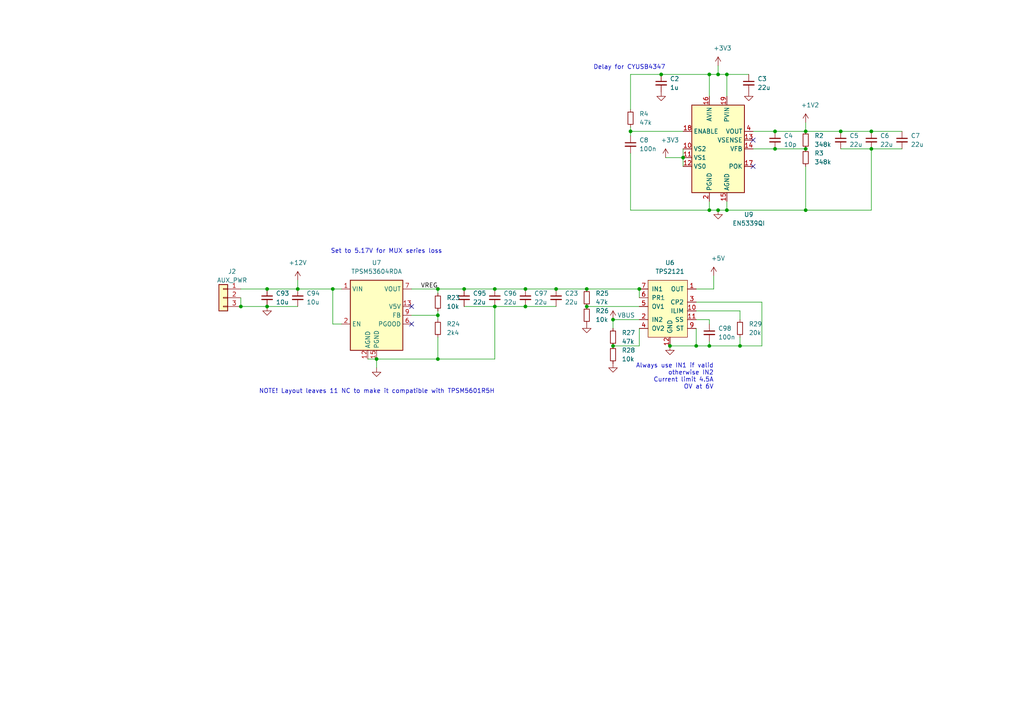
<source format=kicad_sch>
(kicad_sch (version 20210621) (generator eeschema)
  (paper "A4")
  (lib_symbols
    (symbol "Connector_Generic:Conn_01x03" (pin_names (offset 1.016) hide)
      (property "Reference" "J" (at 0 5.08 0))
      (property "Value" "Conn_01x03" (at 0 -5.08 0))
      (symbol "Conn_01x03_1_1"
        (rectangle (start -1.27 -2.413) (end 0 -2.667) (stroke (width 0.1524)))
        (rectangle (start -1.27 0.127) (end 0 -0.127) (stroke (width 0.1524)))
        (rectangle (start -1.27 2.667) (end 0 2.413) (stroke (width 0.1524)))
        (rectangle (start -1.27 3.81) (end 1.27 -3.81) (stroke (width 0.254)) (fill (type background)))
        (pin passive line (at -5.08 2.54 0) (length 3.81) (name "Pin_1") (number "1"))
        (pin passive line (at -5.08 0 0) (length 3.81) (name "Pin_2") (number "2"))
        (pin passive line (at -5.08 -2.54 0) (length 3.81) (name "Pin_3") (number "3"))
      )
    )
    (symbol "Converter_DCDC:TPSM53604RDA"
      (property "Reference" "U" (at 0 15.24 0))
      (property "Value" "TPSM53604RDA" (at 0 12.7 0))
      (symbol "TPSM53604RDA_0_1"
        (rectangle (start 7.62 10.16) (end -7.62 -10.16) (stroke (width 0.254)) (fill (type background)))
      )
      (symbol "TPSM53604RDA_1_1"
        (pin power_in line (at -10.16 7.62 0) (length 2.54) (name "VIN") (number "1"))
        (pin passive line (at 0 -12.7 90) (length 2.54) hide (name "PGND") (number "10"))
        (pin passive line (at 0 -12.7 90) (length 2.54) hide (name "PGND") (number "11"))
        (pin power_in line (at -2.54 -12.7 90) (length 2.54) (name "AGND") (number "12"))
        (pin output line (at 10.16 2.54 180) (length 2.54) (name "V5V") (number "13"))
        (pin passive line (at -10.16 7.62 0) (length 2.54) hide (name "VIN") (number "14"))
        (pin power_in line (at 0 -12.7 90) (length 2.54) (name "PGND") (number "15"))
        (pin input line (at -10.16 -2.54 0) (length 2.54) (name "EN") (number "2"))
        (pin passive line (at 0 -12.7 90) (length 2.54) hide (name "PGND") (number "3"))
        (pin no_connect line (at -7.62 2.54 0) (length 2.54) hide (name "DNC") (number "4"))
        (pin no_connect line (at -7.62 0 0) (length 2.54) hide (name "DNC") (number "5"))
        (pin open_collector line (at 10.16 -2.54 180) (length 2.54) (name "PGOOD") (number "6"))
        (pin power_out line (at 10.16 7.62 180) (length 2.54) (name "VOUT") (number "7"))
        (pin passive line (at 10.16 7.62 180) (length 2.54) hide (name "VOUT") (number "8"))
        (pin input line (at 10.16 0 180) (length 2.54) (name "FB") (number "9"))
      )
    )
    (symbol "DCDC_Converters:EN5322QI"
      (property "Reference" "U" (at 3.81 16.51 0))
      (property "Value" "EN5322QI" (at 3.81 13.97 0))
      (symbol "EN5322QI_0_1"
        (rectangle (start -7.62 12.7) (end 7.62 -12.7) (stroke (width 0.254)) (fill (type background)))
      )
      (symbol "EN5322QI_1_1"
        (pin no_connect line (at -7.62 2.54 0) (length 2.54) hide (name "NC") (number "1"))
        (pin input line (at -10.16 0 0) (length 2.54) (name "VS2") (number "10"))
        (pin input line (at -10.16 -2.54 0) (length 2.54) (name "VS1") (number "11"))
        (pin input line (at -10.16 -5.08 0) (length 2.54) (name "VS0") (number "12"))
        (pin input line (at 10.16 2.54 180) (length 2.54) (name "VSENSE") (number "13"))
        (pin input line (at 10.16 0 180) (length 2.54) (name "VFB") (number "14"))
        (pin power_in line (at 2.54 -15.24 90) (length 2.54) (name "AGND") (number "15"))
        (pin power_in line (at -2.54 15.24 270) (length 2.54) (name "AVIN") (number "16"))
        (pin output line (at 10.16 -5.08 180) (length 2.54) (name "POK") (number "17"))
        (pin input line (at -10.16 5.08 0) (length 2.54) (name "ENABLE") (number "18"))
        (pin power_in line (at 2.54 15.24 270) (length 2.54) (name "PVIN") (number "19"))
        (pin power_in line (at -2.54 -15.24 90) (length 2.54) (name "PGND") (number "2"))
        (pin passive line (at 2.54 15.24 270) (length 2.54) hide (name "PVIN") (number "20"))
        (pin no_connect line (at -7.62 -7.62 0) (length 2.54) hide (name "NC") (number "21"))
        (pin no_connect line (at 7.62 -2.54 180) (length 2.54) hide (name "NC") (number "22"))
        (pin no_connect line (at 7.62 -7.62 180) (length 2.54) hide (name "NC") (number "23"))
        (pin no_connect line (at 7.62 7.62 180) (length 2.54) hide (name "NC") (number "24"))
        (pin passive line (at -2.54 -15.24 90) (length 2.54) hide (name "PGND") (number "25"))
        (pin passive line (at -2.54 -15.24 90) (length 2.54) hide (name "PGND") (number "3"))
        (pin power_out line (at 10.16 5.08 180) (length 2.54) (name "VOUT") (number "4"))
        (pin passive line (at 10.16 5.08 180) (length 2.54) hide (name "VOUT") (number "5"))
        (pin passive line (at 10.16 5.08 180) (length 2.54) hide (name "VOUT") (number "6"))
        (pin passive line (at 10.16 5.08 180) (length 2.54) hide (name "VOUT") (number "7"))
        (pin passive line (at -2.54 -15.24 90) (length 2.54) hide (name "PGND") (number "8"))
        (pin passive line (at -2.54 -15.24 90) (length 2.54) hide (name "PGND") (number "9"))
      )
    )
    (symbol "Device:C_Small" (pin_numbers hide) (pin_names (offset 0.254) hide)
      (property "Reference" "C" (at 0.254 1.778 0))
      (property "Value" "C_Small" (at 0.254 -2.032 0))
      (symbol "C_Small_0_1"
        (polyline (pts (xy -1.524 -0.508) (xy 1.524 -0.508)) (stroke (width 0.3302)))
        (polyline (pts (xy -1.524 0.508) (xy 1.524 0.508)) (stroke (width 0.3048)))
      )
      (symbol "C_Small_1_1"
        (pin passive line (at 0 2.54 270) (length 2.032) (name "~") (number "1"))
        (pin passive line (at 0 -2.54 90) (length 2.032) (name "~") (number "2"))
      )
    )
    (symbol "Device:R_Small" (pin_numbers hide) (pin_names (offset 0.254) hide)
      (property "Reference" "R" (at 0.762 0.508 0))
      (property "Value" "R_Small" (at 0.762 -1.016 0))
      (symbol "R_Small_0_1"
        (rectangle (start -0.762 1.778) (end 0.762 -1.778) (stroke (width 0.2032)))
      )
      (symbol "R_Small_1_1"
        (pin passive line (at 0 2.54 270) (length 0.762) (name "~") (number "1"))
        (pin passive line (at 0 -2.54 90) (length 0.762) (name "~") (number "2"))
      )
    )
    (symbol "power:+12V" (power) (pin_names (offset 0))
      (property "Value" "+12V" (at 0 3.556 0))
      (symbol "+12V_0_1"
        (polyline (pts (xy -0.762 1.27) (xy 0 2.54)))
        (polyline (pts (xy 0 0) (xy 0 2.54)))
        (polyline (pts (xy 0 2.54) (xy 0.762 1.27)))
      )
      (symbol "+12V_1_1"
        (pin power_in line (at 0 0 90) (length 0) hide (name "+12V") (number "1"))
      )
    )
    (symbol "power:+1V2" (power) (pin_names (offset 0))
      (property "Value" "+1V2" (at 0 3.556 0))
      (symbol "+1V2_0_1"
        (polyline (pts (xy -0.762 1.27) (xy 0 2.54)))
        (polyline (pts (xy 0 0) (xy 0 2.54)))
        (polyline (pts (xy 0 2.54) (xy 0.762 1.27)))
      )
      (symbol "+1V2_1_1"
        (pin power_in line (at 0 0 90) (length 0) hide (name "+1V2") (number "1"))
      )
    )
    (symbol "power:+3V3" (power) (pin_names (offset 0))
      (property "Value" "+3V3" (at 0 3.556 0))
      (symbol "+3V3_0_1"
        (polyline (pts (xy -0.762 1.27) (xy 0 2.54)))
        (polyline (pts (xy 0 0) (xy 0 2.54)))
        (polyline (pts (xy 0 2.54) (xy 0.762 1.27)))
      )
      (symbol "+3V3_1_1"
        (pin power_in line (at 0 0 90) (length 0) hide (name "+3V3") (number "1"))
      )
    )
    (symbol "power:+5V" (power) (pin_names (offset 0))
      (property "Value" "+5V" (at 0 3.556 0))
      (symbol "+5V_0_1"
        (polyline (pts (xy -0.762 1.27) (xy 0 2.54)))
        (polyline (pts (xy 0 0) (xy 0 2.54)))
        (polyline (pts (xy 0 2.54) (xy 0.762 1.27)))
      )
      (symbol "+5V_1_1"
        (pin power_in line (at 0 0 90) (length 0) hide (name "+5V") (number "1"))
      )
    )
    (symbol "power:GND" (power) (pin_names (offset 0))
      (property "Value" "GND" (at 0 -3.81 0))
      (symbol "GND_0_1"
        (polyline (pts (xy 0 0) (xy 0 -1.27) (xy 1.27 -1.27) (xy 0 -2.54) (xy -1.27 -1.27) (xy 0 -1.27)))
      )
      (symbol "GND_1_1"
        (pin power_in line (at 0 0 270) (length 0) hide (name "GND") (number "1"))
      )
    )
    (symbol "power:VBUS" (power) (pin_names (offset 0))
      (property "Value" "VBUS" (at 0 3.81 0))
      (symbol "VBUS_0_1"
        (polyline (pts (xy -0.762 1.27) (xy 0 2.54)))
        (polyline (pts (xy 0 0) (xy 0 2.54)))
        (polyline (pts (xy 0 2.54) (xy 0.762 1.27)))
      )
      (symbol "VBUS_1_1"
        (pin power_in line (at 0 0 90) (length 0) hide (name "VBUS") (number "1"))
      )
    )
    (symbol "power_mux:TPS2121" (pin_names (offset 1.016))
      (property "Reference" "U" (at 6.35 -8.89 0))
      (property "Value" "TPS2121" (at 6.35 -8.89 0))
      (symbol "TPS2121_0_1"
        (rectangle (start -6.35 8.89) (end 5.08 -7.62) (fill (type background)))
      )
      (symbol "TPS2121_1_1"
        (pin power_out line (at 7.62 6.35 180) (length 2.54) (name "OUT") (number "1"))
        (pin input line (at 7.62 0 180) (length 2.54) (name "ILIM") (number "10"))
        (pin input line (at 7.62 -2.54 180) (length 2.54) (name "SS") (number "11"))
        (pin power_in line (at 0 -10.16 90) (length 2.54) (name "GND") (number "12"))
        (pin power_in line (at -8.89 -2.54 0) (length 2.54) (name "IN2") (number "2"))
        (pin input line (at 7.62 2.54 180) (length 2.54) (name "CP2") (number "3"))
        (pin input line (at -8.89 -5.08 0) (length 2.54) (name "OV2") (number "4"))
        (pin input line (at -8.89 1.27 0) (length 2.54) (name "OV1") (number "5"))
        (pin input line (at -8.89 3.81 0) (length 2.54) (name "PR1") (number "6"))
        (pin power_in line (at -8.89 6.35 0) (length 2.54) (name "IN1") (number "7"))
        (pin passive line (at 7.62 6.35 180) (length 2.54) hide (name "OUT") (number "8"))
        (pin output line (at 7.62 -5.08 180) (length 2.54) (name "ST") (number "9"))
      )
    )
  )
  (junction (at 69.85 88.9) (diameter 0.9144))
  (junction (at 77.47 83.82) (diameter 0.9144))
  (junction (at 77.47 88.9) (diameter 0.9144))
  (junction (at 86.36 83.82) (diameter 0.9144))
  (junction (at 96.52 83.82) (diameter 0.9144))
  (junction (at 109.22 104.14) (diameter 0.9144))
  (junction (at 127 83.82) (diameter 0.9144))
  (junction (at 127 91.44) (diameter 0.9144))
  (junction (at 127 104.14) (diameter 0.9144))
  (junction (at 134.62 83.82) (diameter 0.9144))
  (junction (at 143.51 83.82) (diameter 0.9144))
  (junction (at 143.51 88.9) (diameter 0.9144))
  (junction (at 152.4 83.82) (diameter 0.9144))
  (junction (at 152.4 88.9) (diameter 0.9144))
  (junction (at 161.29 83.82) (diameter 0.9144))
  (junction (at 170.18 83.82) (diameter 0.9144))
  (junction (at 170.18 88.9) (diameter 0.9144))
  (junction (at 177.8 92.71) (diameter 0.9144))
  (junction (at 177.8 100.33) (diameter 0.9144))
  (junction (at 182.88 38.1) (diameter 0.9144))
  (junction (at 185.42 83.82) (diameter 0.9144))
  (junction (at 191.77 21.59) (diameter 0.9144))
  (junction (at 194.31 100.33) (diameter 0.9144))
  (junction (at 198.12 45.72) (diameter 0.9144))
  (junction (at 201.93 100.33) (diameter 0.9144))
  (junction (at 205.74 21.59) (diameter 0.9144))
  (junction (at 205.74 60.96) (diameter 0.9144))
  (junction (at 205.74 100.33) (diameter 0.9144))
  (junction (at 208.28 21.59) (diameter 0.9144))
  (junction (at 208.28 60.96) (diameter 0.9144))
  (junction (at 210.82 21.59) (diameter 0.9144))
  (junction (at 210.82 60.96) (diameter 0.9144))
  (junction (at 214.63 100.33) (diameter 0.9144))
  (junction (at 224.79 38.1) (diameter 0.9144))
  (junction (at 224.79 43.18) (diameter 0.9144))
  (junction (at 233.68 38.1) (diameter 0.9144))
  (junction (at 233.68 43.18) (diameter 0.9144))
  (junction (at 233.68 60.96) (diameter 0.9144))
  (junction (at 243.84 38.1) (diameter 0.9144))
  (junction (at 252.73 38.1) (diameter 0.9144))
  (junction (at 252.73 43.18) (diameter 0.9144))
  (no_connect (at 119.38 88.9))
  (no_connect (at 119.38 93.98))
  (no_connect (at 218.44 40.64))
  (no_connect (at 218.44 48.26))
  (wire (pts (xy 69.85 86.36) (xy 69.85 88.9)))
  (wire (pts (xy 69.85 88.9) (xy 77.47 88.9)))
  (wire (pts (xy 77.47 83.82) (xy 69.85 83.82)))
  (wire (pts (xy 77.47 88.9) (xy 86.36 88.9)))
  (wire (pts (xy 86.36 81.28) (xy 86.36 83.82)))
  (wire (pts (xy 86.36 83.82) (xy 77.47 83.82)))
  (wire (pts (xy 96.52 83.82) (xy 86.36 83.82)))
  (wire (pts (xy 96.52 83.82) (xy 96.52 93.98)))
  (wire (pts (xy 96.52 93.98) (xy 99.06 93.98)))
  (wire (pts (xy 99.06 83.82) (xy 96.52 83.82)))
  (wire (pts (xy 106.68 104.14) (xy 109.22 104.14)))
  (wire (pts (xy 109.22 104.14) (xy 109.22 106.68)))
  (wire (pts (xy 119.38 83.82) (xy 127 83.82)))
  (wire (pts (xy 119.38 91.44) (xy 127 91.44)))
  (wire (pts (xy 127 83.82) (xy 127 85.09)))
  (wire (pts (xy 127 83.82) (xy 134.62 83.82)))
  (wire (pts (xy 127 91.44) (xy 127 90.17)))
  (wire (pts (xy 127 91.44) (xy 127 92.71)))
  (wire (pts (xy 127 97.79) (xy 127 104.14)))
  (wire (pts (xy 127 104.14) (xy 109.22 104.14)))
  (wire (pts (xy 134.62 83.82) (xy 143.51 83.82)))
  (wire (pts (xy 134.62 88.9) (xy 143.51 88.9)))
  (wire (pts (xy 143.51 83.82) (xy 152.4 83.82)))
  (wire (pts (xy 143.51 88.9) (xy 143.51 104.14)))
  (wire (pts (xy 143.51 88.9) (xy 152.4 88.9)))
  (wire (pts (xy 143.51 104.14) (xy 127 104.14)))
  (wire (pts (xy 152.4 83.82) (xy 161.29 83.82)))
  (wire (pts (xy 152.4 88.9) (xy 161.29 88.9)))
  (wire (pts (xy 161.29 83.82) (xy 170.18 83.82)))
  (wire (pts (xy 170.18 83.82) (xy 185.42 83.82)))
  (wire (pts (xy 170.18 88.9) (xy 185.42 88.9)))
  (wire (pts (xy 177.8 92.71) (xy 177.8 95.25)))
  (wire (pts (xy 177.8 92.71) (xy 185.42 92.71)))
  (wire (pts (xy 182.88 21.59) (xy 191.77 21.59)))
  (wire (pts (xy 182.88 31.75) (xy 182.88 21.59)))
  (wire (pts (xy 182.88 38.1) (xy 182.88 36.83)))
  (wire (pts (xy 182.88 38.1) (xy 182.88 39.37)))
  (wire (pts (xy 182.88 44.45) (xy 182.88 60.96)))
  (wire (pts (xy 182.88 60.96) (xy 205.74 60.96)))
  (wire (pts (xy 185.42 83.82) (xy 185.42 86.36)))
  (wire (pts (xy 185.42 95.25) (xy 185.42 100.33)))
  (wire (pts (xy 185.42 100.33) (xy 177.8 100.33)))
  (wire (pts (xy 191.77 21.59) (xy 205.74 21.59)))
  (wire (pts (xy 193.04 45.72) (xy 198.12 45.72)))
  (wire (pts (xy 194.31 100.33) (xy 201.93 100.33)))
  (wire (pts (xy 198.12 38.1) (xy 182.88 38.1)))
  (wire (pts (xy 198.12 43.18) (xy 198.12 45.72)))
  (wire (pts (xy 198.12 45.72) (xy 198.12 48.26)))
  (wire (pts (xy 201.93 83.82) (xy 207.01 83.82)))
  (wire (pts (xy 201.93 87.63) (xy 220.98 87.63)))
  (wire (pts (xy 201.93 90.17) (xy 214.63 90.17)))
  (wire (pts (xy 201.93 92.71) (xy 205.74 92.71)))
  (wire (pts (xy 201.93 100.33) (xy 201.93 95.25)))
  (wire (pts (xy 201.93 100.33) (xy 205.74 100.33)))
  (wire (pts (xy 205.74 21.59) (xy 208.28 21.59)))
  (wire (pts (xy 205.74 27.94) (xy 205.74 21.59)))
  (wire (pts (xy 205.74 58.42) (xy 205.74 60.96)))
  (wire (pts (xy 205.74 60.96) (xy 208.28 60.96)))
  (wire (pts (xy 205.74 92.71) (xy 205.74 93.98)))
  (wire (pts (xy 205.74 99.06) (xy 205.74 100.33)))
  (wire (pts (xy 205.74 100.33) (xy 214.63 100.33)))
  (wire (pts (xy 207.01 83.82) (xy 207.01 80.01)))
  (wire (pts (xy 208.28 21.59) (xy 208.28 19.05)))
  (wire (pts (xy 208.28 21.59) (xy 210.82 21.59)))
  (wire (pts (xy 210.82 21.59) (xy 210.82 27.94)))
  (wire (pts (xy 210.82 58.42) (xy 210.82 60.96)))
  (wire (pts (xy 210.82 60.96) (xy 208.28 60.96)))
  (wire (pts (xy 210.82 60.96) (xy 233.68 60.96)))
  (wire (pts (xy 214.63 90.17) (xy 214.63 92.71)))
  (wire (pts (xy 214.63 97.79) (xy 214.63 100.33)))
  (wire (pts (xy 214.63 100.33) (xy 220.98 100.33)))
  (wire (pts (xy 217.17 21.59) (xy 210.82 21.59)))
  (wire (pts (xy 218.44 38.1) (xy 224.79 38.1)))
  (wire (pts (xy 218.44 43.18) (xy 224.79 43.18)))
  (wire (pts (xy 220.98 87.63) (xy 220.98 100.33)))
  (wire (pts (xy 224.79 38.1) (xy 233.68 38.1)))
  (wire (pts (xy 224.79 43.18) (xy 233.68 43.18)))
  (wire (pts (xy 233.68 38.1) (xy 233.68 35.56)))
  (wire (pts (xy 233.68 38.1) (xy 243.84 38.1)))
  (wire (pts (xy 233.68 48.26) (xy 233.68 60.96)))
  (wire (pts (xy 233.68 60.96) (xy 252.73 60.96)))
  (wire (pts (xy 243.84 38.1) (xy 252.73 38.1)))
  (wire (pts (xy 243.84 43.18) (xy 252.73 43.18)))
  (wire (pts (xy 252.73 38.1) (xy 261.62 38.1)))
  (wire (pts (xy 252.73 43.18) (xy 261.62 43.18)))
  (wire (pts (xy 252.73 60.96) (xy 252.73 43.18)))
  (text "Set to 5.17V for MUX series loss" (at 128.27 73.66 180) (effects (font (size 1.27 1.27)) (justify right bottom)))
  (text "NOTE! Layout leaves 11 NC to make it compatible with TPSM5601R5H" (at 143.51 114.3 0) (effects (font (size 1.27 1.27)) (justify right bottom)))
  (text "Delay for CYUSB4347" (at 193.04 20.32 180) (effects (font (size 1.27 1.27)) (justify right bottom)))
  (text "Always use IN1 if valid\notherwise IN2\nCurrent limit 4.5A\nOV at 6V" (at 207.01 113.03 0) (effects (font (size 1.27 1.27)) (justify right bottom)))
  (label "VREG" (at 127 83.82 180))
  (symbol (lib_id "power:+12V") (at 86.36 81.28 0) (unit 1)
    (property "Reference" "#PWR?" (effects hide))
    (property "Value" "+12V" (at 86.36 76.2 0))
  )
  (symbol (lib_id "power:VBUS") (at 177.8 92.71 0) (unit 1)
    (property "Reference" "#PWR0268" (effects hide))
    (property "Value" "VBUS" (at 181.61 91.44 0))
  )
  (symbol (lib_id "power:+3V3") (at 193.04 45.72 0) (unit 1)
    (property "Reference" "#PWR0115" (effects hide))
    (property "Value" "+3V3" (at 194.31 40.64 0))
  )
  (symbol (lib_id "power:+5V") (at 207.01 80.01 0) (unit 1)
    (property "Reference" "#PWR0111" (effects hide))
    (property "Value" "+5V" (at 208.28 74.93 0))
  )
  (symbol (lib_id "power:+3V3") (at 208.28 19.05 0) (unit 1)
    (property "Reference" "#PWR0114" (effects hide))
    (property "Value" "+3V3" (at 209.55 13.97 0))
  )
  (symbol (lib_id "power:+1V2") (at 233.68 35.56 0) (unit 1)
    (property "Reference" "#PWR0108" (effects hide))
    (property "Value" "+1V2" (at 234.95 30.48 0))
  )
  (symbol (lib_id "power:GND") (at 77.47 88.9 0) (unit 1)
    (property "Reference" "#PWR0267" (effects hide))
    (property "Value" "GND" (effects hide))
  )
  (symbol (lib_id "power:GND") (at 109.22 106.68 0) (unit 1)
    (property "Reference" "#PWR0112" (effects hide))
    (property "Value" "GND" (effects hide))
  )
  (symbol (lib_id "power:GND") (at 170.18 93.98 0) (unit 1)
    (property "Reference" "#PWR0269" (effects hide))
    (property "Value" "GND" (effects hide))
  )
  (symbol (lib_id "power:GND") (at 177.8 105.41 0) (unit 1)
    (property "Reference" "#PWR0270" (effects hide))
    (property "Value" "GND" (effects hide))
  )
  (symbol (lib_id "power:GND") (at 191.77 26.67 0) (unit 1)
    (property "Reference" "#PWR0106" (effects hide))
    (property "Value" "GND" (effects hide))
  )
  (symbol (lib_id "power:GND") (at 194.31 100.33 0) (unit 1)
    (property "Reference" "#PWR0101" (effects hide))
    (property "Value" "GND" (effects hide))
  )
  (symbol (lib_id "power:GND") (at 208.28 60.96 0) (unit 1)
    (property "Reference" "#PWR0113" (effects hide))
    (property "Value" "GND" (effects hide))
  )
  (symbol (lib_id "power:GND") (at 217.17 26.67 0) (unit 1)
    (property "Reference" "#PWR0107" (effects hide))
    (property "Value" "GND" (effects hide))
  )
  (symbol (lib_id "Device:R_Small") (at 127 87.63 0) (unit 1)
    (property "Reference" "R23" (at 129.54 86.36 0) (effects (justify left)))
    (property "Value" "10k" (at 129.54 88.9 0) (effects (justify left)))
    (property "Footprint" "Resistor_SMD:R_0402_1005Metric" (effects hide))
    (property "D1N" "Digikey" (effects hide))
    (property "D1PN" "YAG3436CT-ND" (effects hide))
    (property "MFN" "Yageo" (effects hide))
    (property "MPN" "AC0402FR-0710KL" (effects hide))
  )
  (symbol (lib_id "Device:R_Small") (at 127 95.25 0) (unit 1)
    (property "Reference" "R24" (at 129.54 93.98 0) (effects (justify left)))
    (property "Value" "2k4" (at 129.54 96.52 0) (effects (justify left)))
    (property "Footprint" "Resistor_SMD:R_0402_1005Metric" (effects hide))
    (property "D1N" "Digikey" (effects hide))
    (property "D1PN" "P2.4KDECT-ND" (effects hide))
    (property "MFN" "Panasonic" (effects hide))
    (property "MPN" "ERA-2AED242X" (effects hide))
  )
  (symbol (lib_id "Device:R_Small") (at 170.18 86.36 0) (unit 1)
    (property "Reference" "R25" (at 172.72 85.09 0) (effects (justify left)))
    (property "Value" "47k" (at 172.72 87.63 0) (effects (justify left)))
    (property "Footprint" "Resistor_SMD:R_0402_1005Metric" (effects hide))
    (property "D1N" "Digikey" (effects hide))
    (property "D1PN" "311-47.0KLRCT-ND" (effects hide))
    (property "MFN" "Yageo" (effects hide))
    (property "MPN" "RC0402FR-0747KL" (effects hide))
  )
  (symbol (lib_id "Device:R_Small") (at 170.18 91.44 0) (unit 1)
    (property "Reference" "R26" (at 172.72 90.17 0) (effects (justify left)))
    (property "Value" "10k" (at 172.72 92.71 0) (effects (justify left)))
    (property "Footprint" "Resistor_SMD:R_0402_1005Metric" (effects hide))
    (property "D1N" "Digikey" (effects hide))
    (property "D1PN" "YAG3436CT-ND" (effects hide))
    (property "MFN" "Yageo" (effects hide))
    (property "MPN" "AC0402FR-0710KL" (effects hide))
  )
  (symbol (lib_id "Device:R_Small") (at 177.8 97.79 0) (unit 1)
    (property "Reference" "R27" (at 180.34 96.52 0) (effects (justify left)))
    (property "Value" "47k" (at 180.34 99.06 0) (effects (justify left)))
    (property "Footprint" "Resistor_SMD:R_0402_1005Metric" (effects hide))
    (property "D1N" "Digikey" (effects hide))
    (property "D1PN" "311-47.0KLRCT-ND" (effects hide))
    (property "MFN" "Yageo" (effects hide))
    (property "MPN" "RC0402FR-0747KL" (effects hide))
  )
  (symbol (lib_id "Device:R_Small") (at 177.8 102.87 0) (unit 1)
    (property "Reference" "R28" (at 180.34 101.6 0) (effects (justify left)))
    (property "Value" "10k" (at 180.34 104.14 0) (effects (justify left)))
    (property "Footprint" "Resistor_SMD:R_0402_1005Metric" (effects hide))
    (property "D1N" "Digikey" (effects hide))
    (property "D1PN" "YAG3436CT-ND" (effects hide))
    (property "MFN" "Yageo" (effects hide))
    (property "MPN" "AC0402FR-0710KL" (effects hide))
  )
  (symbol (lib_id "Device:R_Small") (at 182.88 34.29 0) (unit 1)
    (property "Reference" "R4" (at 185.42 33.02 0) (effects (justify left)))
    (property "Value" "47k" (at 185.42 35.56 0) (effects (justify left)))
    (property "Footprint" "Resistor_SMD:R_0402_1005Metric" (effects hide))
    (property "D1N" "Digikey" (effects hide))
    (property "D1PN" "311-47.0KLRCT-ND" (effects hide))
    (property "MFN" "Yageo" (effects hide))
    (property "MPN" "RC0402FR-0747KL" (effects hide))
  )
  (symbol (lib_id "Device:R_Small") (at 214.63 95.25 0) (unit 1)
    (property "Reference" "R29" (at 217.17 93.98 0) (effects (justify left)))
    (property "Value" "20k" (at 217.17 96.52 0) (effects (justify left)))
    (property "Footprint" "Resistor_SMD:R_0402_1005Metric" (effects hide))
    (property "D1N" "Digikey" (effects hide))
    (property "D1PN" "311-20.0KLRCT-ND" (effects hide))
    (property "MFN" "Yageo" (effects hide))
    (property "MPN" "RC0402FR-0720KL" (effects hide))
  )
  (symbol (lib_id "Device:R_Small") (at 233.68 40.64 0) (unit 1)
    (property "Reference" "R2" (at 236.22 39.37 0) (effects (justify left)))
    (property "Value" "348k" (at 236.22 41.91 0) (effects (justify left)))
    (property "Footprint" "Resistor_SMD:R_0402_1005Metric" (effects hide))
    (property "D1N" "Digikey" (effects hide))
    (property "D1PN" "2019-RK73H1ETTP3483FCT-ND" (effects hide))
    (property "MFN" "KOA Speer" (effects hide))
    (property "MPN" "RK73H1ETTP3483F" (effects hide))
  )
  (symbol (lib_id "Device:R_Small") (at 233.68 45.72 0) (unit 1)
    (property "Reference" "R3" (at 236.22 44.45 0) (effects (justify left)))
    (property "Value" "348k" (at 236.22 46.99 0) (effects (justify left)))
    (property "Footprint" "Resistor_SMD:R_0402_1005Metric" (effects hide))
    (property "D1N" "Digikey" (effects hide))
    (property "D1PN" "2019-RK73H1ETTP3483FCT-ND" (effects hide))
    (property "MFN" "KOA Speer" (effects hide))
    (property "MPN" "RK73H1ETTP3483F" (effects hide))
  )
  (symbol (lib_id "Device:C_Small") (at 77.47 86.36 0) (unit 1)
    (property "Reference" "C93" (at 80.01 85.09 0) (effects (justify left)))
    (property "Value" "10u" (at 80.01 87.63 0) (effects (justify left)))
    (property "Footprint" "Capacitor_SMD:C_1206_3216Metric" (effects hide))
    (property "D1N" "Digikey" (effects hide))
    (property "D1PN" "1276-2876-1-ND" (effects hide))
    (property "MFN" "Samsung" (effects hide))
    (property "MPN" "CL31A106KBHNNNE" (effects hide))
  )
  (symbol (lib_id "Device:C_Small") (at 86.36 86.36 0) (unit 1)
    (property "Reference" "C94" (at 88.9 85.09 0) (effects (justify left)))
    (property "Value" "10u" (at 88.9 87.63 0) (effects (justify left)))
    (property "Footprint" "Capacitor_SMD:C_1206_3216Metric" (effects hide))
    (property "D1N" "Digikey" (effects hide))
    (property "D1PN" "1276-2876-1-ND" (effects hide))
    (property "MFN" "Samsung" (effects hide))
    (property "MPN" "CL31A106KBHNNNE" (effects hide))
  )
  (symbol (lib_id "Device:C_Small") (at 134.62 86.36 0) (unit 1)
    (property "Reference" "C95" (at 137.16 85.09 0) (effects (justify left)))
    (property "Value" "22u" (at 137.16 87.63 0) (effects (justify left)))
    (property "Footprint" "Capacitor_SMD:C_0603_1608Metric" (effects hide))
    (property "D1N" "Digikey" (effects hide))
    (property "D1PN" "1276-6504-1-ND" (effects hide))
    (property "MFN" "Samsung" (effects hide))
    (property "MPN" "CL10A226MPCNUBE" (effects hide))
  )
  (symbol (lib_id "Device:C_Small") (at 143.51 86.36 0) (unit 1)
    (property "Reference" "C96" (at 146.05 85.09 0) (effects (justify left)))
    (property "Value" "22u" (at 146.05 87.63 0) (effects (justify left)))
    (property "Footprint" "Capacitor_SMD:C_0603_1608Metric" (effects hide))
    (property "D1N" "Digikey" (effects hide))
    (property "D1PN" "1276-6504-1-ND" (effects hide))
    (property "MFN" "Samsung" (effects hide))
    (property "MPN" "CL10A226MPCNUBE" (effects hide))
  )
  (symbol (lib_id "Device:C_Small") (at 152.4 86.36 0) (unit 1)
    (property "Reference" "C97" (at 154.94 85.09 0) (effects (justify left)))
    (property "Value" "22u" (at 154.94 87.63 0) (effects (justify left)))
    (property "Footprint" "Capacitor_SMD:C_0603_1608Metric" (effects hide))
    (property "D1N" "Digikey" (effects hide))
    (property "D1PN" "1276-6504-1-ND" (effects hide))
    (property "MFN" "Samsung" (effects hide))
    (property "MPN" "CL10A226MPCNUBE" (effects hide))
  )
  (symbol (lib_id "Device:C_Small") (at 161.29 86.36 0) (unit 1)
    (property "Reference" "C23" (at 163.83 85.09 0) (effects (justify left)))
    (property "Value" "22u" (at 163.83 87.63 0) (effects (justify left)))
    (property "Footprint" "Capacitor_SMD:C_0603_1608Metric" (effects hide))
    (property "D1N" "Digikey" (effects hide))
    (property "D1PN" "1276-6504-1-ND" (effects hide))
    (property "MFN" "Samsung" (effects hide))
    (property "MPN" "CL10A226MPCNUBE" (effects hide))
  )
  (symbol (lib_id "Device:C_Small") (at 182.88 41.91 0) (unit 1)
    (property "Reference" "C8" (at 185.42 40.64 0) (effects (justify left)))
    (property "Value" "100n" (at 185.42 43.18 0) (effects (justify left)))
    (property "Footprint" "Capacitor_SMD:C_0201_0603Metric" (effects hide))
    (property "D1N" "Digikey" (effects hide))
    (property "D1PN" "1276-6439-1-ND" (effects hide))
    (property "MFN" "Samsung" (effects hide))
    (property "MPN" "CL03A104KQ3NNNH" (effects hide))
  )
  (symbol (lib_id "Device:C_Small") (at 191.77 24.13 0) (unit 1)
    (property "Reference" "C2" (at 194.31 22.86 0) (effects (justify left)))
    (property "Value" "1u" (at 194.31 25.4 0) (effects (justify left)))
    (property "Footprint" "Capacitor_SMD:C_0402_1005Metric" (effects hide))
    (property "D1N" "Digikey" (effects hide))
    (property "D1PN" "1276-1076-1-ND" (effects hide))
    (property "MFN" "Samsung" (effects hide))
    (property "MPN" "CL05A105KP5NNNC" (effects hide))
  )
  (symbol (lib_id "Device:C_Small") (at 205.74 96.52 0) (unit 1)
    (property "Reference" "C98" (at 208.28 95.25 0) (effects (justify left)))
    (property "Value" "100n" (at 208.28 97.79 0) (effects (justify left)))
    (property "Footprint" "Capacitor_SMD:C_0201_0603Metric" (effects hide))
    (property "D1N" "Digikey" (effects hide))
    (property "D1PN" "1276-6439-1-ND" (effects hide))
    (property "MFN" "Samsung" (effects hide))
    (property "MPN" "CL03A104KQ3NNNH" (effects hide))
  )
  (symbol (lib_id "Device:C_Small") (at 217.17 24.13 0) (unit 1)
    (property "Reference" "C3" (at 219.71 22.86 0) (effects (justify left)))
    (property "Value" "22u" (at 219.71 25.4 0) (effects (justify left)))
    (property "Footprint" "Capacitor_SMD:C_0603_1608Metric" (effects hide))
    (property "D1N" "Digikey" (effects hide))
    (property "D1PN" "1276-6504-1-ND" (effects hide))
    (property "MFN" "Samsung" (effects hide))
    (property "MPN" "CL10A226MPCNUBE" (effects hide))
  )
  (symbol (lib_id "Device:C_Small") (at 224.79 40.64 0) (unit 1)
    (property "Reference" "C4" (at 227.33 39.37 0) (effects (justify left)))
    (property "Value" "10p" (at 227.33 41.91 0) (effects (justify left)))
    (property "Footprint" "Capacitor_SMD:C_0402_1005Metric" (effects hide))
    (property "D1N" "Digikey" (effects hide))
    (property "D1PN" "587-1947-1-ND" (effects hide))
    (property "MFN" "Taiyo Yuden" (effects hide))
    (property "MPN" "UMK105CG100DV-F" (effects hide))
  )
  (symbol (lib_id "Device:C_Small") (at 243.84 40.64 0) (unit 1)
    (property "Reference" "C5" (at 246.38 39.37 0) (effects (justify left)))
    (property "Value" "22u" (at 246.38 41.91 0) (effects (justify left)))
    (property "Footprint" "Capacitor_SMD:C_0603_1608Metric" (effects hide))
    (property "D1N" "Digikey" (effects hide))
    (property "D1PN" "1276-6504-1-ND" (effects hide))
    (property "MFN" "Samsung" (effects hide))
    (property "MPN" "CL10A226MPCNUBE" (effects hide))
  )
  (symbol (lib_id "Device:C_Small") (at 252.73 40.64 0) (unit 1)
    (property "Reference" "C6" (at 255.27 39.37 0) (effects (justify left)))
    (property "Value" "22u" (at 255.27 41.91 0) (effects (justify left)))
    (property "Footprint" "Capacitor_SMD:C_0603_1608Metric" (effects hide))
    (property "D1N" "Digikey" (effects hide))
    (property "D1PN" "1276-6504-1-ND" (effects hide))
    (property "MFN" "Samsung" (effects hide))
    (property "MPN" "CL10A226MPCNUBE" (effects hide))
  )
  (symbol (lib_id "Device:C_Small") (at 261.62 40.64 0) (unit 1)
    (property "Reference" "C7" (at 264.16 39.37 0) (effects (justify left)))
    (property "Value" "22u" (at 264.16 41.91 0) (effects (justify left)))
    (property "Footprint" "Capacitor_SMD:C_0603_1608Metric" (effects hide))
    (property "D1N" "Digikey" (effects hide))
    (property "D1PN" "1276-6504-1-ND" (effects hide))
    (property "MFN" "Samsung" (effects hide))
    (property "MPN" "CL10A226MPCNUBE" (effects hide))
  )
  (symbol (lib_id "Connector_Generic:Conn_01x03") (at 64.77 86.36 0) (mirror y) (unit 1)
    (property "Reference" "J2" (at 67.31 78.74 0))
    (property "Value" "AUX_PWR" (at 67.31 81.28 0))
    (property "Footprint" "Connector_BarrelJack:BarrelJack_CUI_PJ-102AH_Horizontal" (effects hide))
    (property "D1N" "Digikey" (effects hide))
    (property "D1PN" "CP-102AH-ND" (effects hide))
    (property "MFN" "CUI Devices" (effects hide))
    (property "MPN" "PJ-102AH" (effects hide))
  )
  (symbol (lib_id "power_mux:TPS2121") (at 194.31 90.17 0) (unit 1)
    (property "Reference" "U6" (at 194.31 76.2 0))
    (property "Value" "TPS2121" (at 194.31 78.74 0))
    (property "Footprint" "TI:Texas_VQFN-HR-12_2x2.5_Pitch0.5mm" (effects hide))
    (property "D1N" "Digikey" (effects hide))
    (property "D1PN" "296-53410-1-ND" (effects hide))
    (property "MFN" "TI" (effects hide))
    (property "MPN" "TPS2121RUXR" (effects hide))
  )
  (symbol (lib_id "Converter_DCDC:TPSM53604RDA") (at 109.22 91.44 0) (unit 1)
    (property "Reference" "U7" (at 109.22 76.2 0))
    (property "Value" "TPSM53604RDA" (at 109.22 78.74 0))
    (property "Footprint" "Package_DFN_QFN:Texas_B3QFN-14-1EP_5x5.5mm_P0.65mm_ThermalVia" (effects hide))
    (property "Datasheet" "https://www.ti.com/lit/ds/symlink/tpsm53604.pdf" (effects hide))
    (property "D1N" "Digikey" (effects hide))
    (property "D1PN" "296-TPSM53604RDARCT-ND" (effects hide))
    (property "MFN" "TI" (effects hide))
    (property "MPN" "TPSM53604RDAR" (effects hide))
  )
  (symbol (lib_id "DCDC_Converters:EN5322QI") (at 208.28 43.18 0) (unit 1)
    (property "Reference" "U9" (at 217.17 62.23 0))
    (property "Value" "EN5339QI" (at 217.17 64.77 0))
    (property "Footprint" "DCDC:Converter_DCDC_Intel_QFN-24_4x6mm_P0.65mm_ThermalVias" (effects hide))
    (property "Datasheet" "https://www.intel.sg/content/dam/www/programmable/us/en/pdfs/literature/ds/en5322qi_03454.pdf" (effects hide))
    (property "D1N" "Digikey" (effects hide))
    (property "D1PN" "544-2854-1-ND" (effects hide))
    (property "MFN" "Intel" (effects hide))
    (property "MPN" "EN5339QI" (effects hide))
  )
)
</source>
